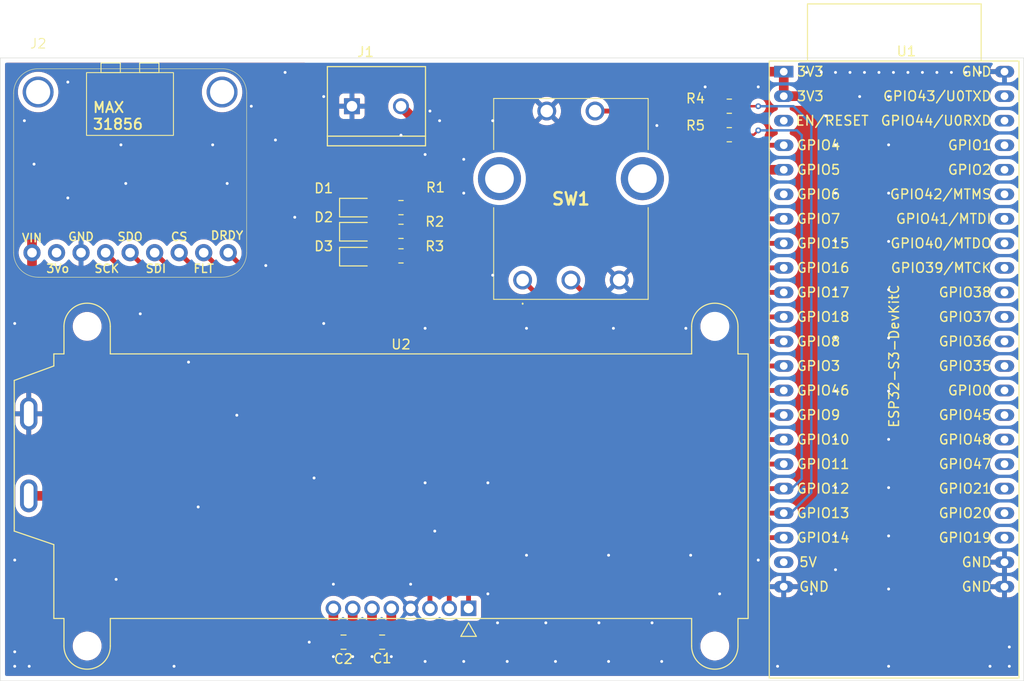
<source format=kicad_pcb>
(kicad_pcb (version 20241229) (generator "pcbnew") (generator_version "9.0")
  (title_block (title "Tube Furnace PCB") (date "2025-03-26") (rev "v2") (company "Waterloo Hacker Fab"))
  (layers (0 "F.Cu" signal) (2 "B.Cu" signal) (13 "F.Paste" user) (15 "B.Paste" user) (5 "F.SilkS" user "F.Silkscreen") (7 "B.SilkS" user "B.Silkscreen") (1 "F.Mask" user) (3 "B.Mask" user) (25 "Edge.Cuts" user))
  (net 0 "")
  (net 1 "GND")
  (net 2 "+3.3V")
  (net 3 "+5V")
  (net 4 "/SSR_PWM")
  (net 5 "Net-(D3-A)")
  (net 6 "Net-(D2-A)")
  (net 7 "Net-(D1-A)")
  (net 8 "Net-(U2-VOUT)")
  (net 9 "Net-(U2-C1+)")
  (net 10 "Net-(U2-C1-)")
  (net 11 "/SCL")
  (net 12 "/SDA")
  (net 13 "/ENC_B")
  (net 14 "/ENC_A")
  (net 15 "/ENC_SW")
  (net 16 "/MAX_SDO")
  (net 17 "/MAX_SCK")
  (net 18 "/MAX_DRDY")
  (net 19 "/MAX_3.3VOUT")
  (net 20 "/MAX_SDI")
  (net 21 "/MAX_CS")
  (net 22 "/MAX_FAULT")
  (net 23 "/DISPLAY_RST")
  (net 24 "/LED_1")
  (net 25 "/LED_2")
  (net 26 "/LED_3")
  (footprint "Diode_SMD:D_0805_2012Metric_Pad1.15x1.40mm_HandSolder" (layer "F.Cu") (at 121 76.5)
    (property "Reference" "D2" (hide yes))
    (property "Value" "LED")
    (pad "1" smd roundrect (at -1.025 0) (size 1.15 1.4) (layers "F.Cu" "F.Mask" "F.Paste") (roundrect_rratio 0.217391) (net 1 "GND"))
    (pad "2" smd roundrect (at 1.025 0) (size 1.15 1.4) (layers "F.Cu" "F.Mask" "F.Paste") (roundrect_rratio 0.217391) (net 6 "Net-(D2-A)"))
  )
  (footprint "phoenix_footprints:TE_282837-2" (layer "F.Cu") (at 122.96 63.5)
    (property "Reference" "J1" (at -1.127255 -5.614945 0) (layer "F.SilkS") (effects (font (size 1.002039 1.002039))))
    (property "Value" "Screw_Terminal_01x02")
    (pad "1" thru_hole rect (at -2.54 0) (size 1.65 1.65) (drill 1.1) (layers "*.Cu" "*.Mask") (net 1 "GND"))
    (pad "2" thru_hole circle (at 2.54 0) (size 1.65 1.65) (drill 1.1) (layers "*.Cu" "*.Mask") (net 4 "/SSR_PWM"))
  )
  (footprint "Capacitor_SMD:C_0805_2012Metric" (layer "F.Cu") (at 123.55 119 180)
    (property "Reference" "C1" (at 0 -1.68 0) (layer "F.SilkS"))
    (property "Value" "1uF")
    (pad "1" smd roundrect (at -0.95 0 180) (size 1 1.45) (layers "F.Cu" "F.Mask" "F.Paste") (net 2 "+3.3V"))
    (pad "2" smd roundrect (at 0.95 0 180) (size 1 1.45) (layers "F.Cu" "F.Mask" "F.Paste") (net 8 "Net-(U2-VOUT)"))
  )
  (footprint "Resistor_SMD:R_0805_2012Metric_Pad1.20x1.40mm_HandSolder" (layer "F.Cu") (at 125.5 76.46 180)
    (property "Reference" "R2" (at -3.5 1 0) (layer "F.SilkS"))
    (property "Value" "220")
    (pad "1" smd roundrect (at -1 0 180) (size 1.2 1.4) (layers "F.Cu" "F.Mask" "F.Paste") (roundrect_rratio 0.208333) (net 25 "/LED_2"))
    (pad "2" smd roundrect (at 1 0 180) (size 1.2 1.4) (layers "F.Cu" "F.Mask" "F.Paste") (roundrect_rratio 0.208333) (net 6 "Net-(D2-A)"))
  )
  (footprint "Capacitor_SMD:C_0805_2012Metric" (layer "F.Cu") (at 119.55 119 180)
    (property "Reference" "C2" (at 0.008519 -1.745267 0) (layer "F.SilkS"))
    (property "Value" "1uF")
    (pad "1" smd roundrect (at -0.95 0 180) (size 1 1.45) (layers "F.Cu" "F.Mask" "F.Paste") (net 9 "Net-(U2-C1+)"))
    (pad "2" smd roundrect (at 0.95 0 180) (size 1 1.45) (layers "F.Cu" "F.Mask" "F.Paste") (net 10 "Net-(U2-C1-)"))
  )
  (footprint "Resistor_SMD:R_0805_2012Metric_Pad1.20x1.40mm_HandSolder" (layer "F.Cu") (at 125.5 79 180)
    (property "Reference" "R3" (at -3.5 1 0) (layer "F.SilkS"))
    (property "Value" "220")
    (pad "1" smd roundrect (at -1 0 180) (size 1.2 1.4) (layers "F.Cu" "F.Mask" "F.Paste") (roundrect_rratio 0.208333) (net 26 "/LED_3"))
    (pad "2" smd roundrect (at 1 0 180) (size 1.2 1.4) (layers "F.Cu" "F.Mask" "F.Paste") (roundrect_rratio 0.208333) (net 5 "Net-(D3-A)"))
  )
  (footprint "!footprints:PEC164120FS0012" (layer "F.Cu") (at 138.1 81.5)
    (property "Reference" "SW1" (at 5 -8.4 0) (layer "F.SilkS") (effects (font (size 1.27 1.27) (thickness 0.254))))
    (property "Value" "RotaryEncoder_Switch" (hide yes))
    (pad "A" thru_hole circle (at 0 0) (size 1.95 1.95) (drill 1.3) (layers "*.Cu" "*.Mask") (net 14 "/ENC_A"))
    (pad "B" thru_hole circle (at 5 0) (size 1.95 1.95) (drill 1.3) (layers "*.Cu" "*.Mask") (net 13 "/ENC_B"))
    (pad "C" thru_hole circle (at 10 0) (size 1.95 1.95) (drill 1.3) (layers "*.Cu" "*.Mask") (net 1 "GND"))
    (pad "MH1" thru_hole circle (at -2.4 -10.5) (size 4.46 4.46) (drill 2.9732) (layers "*.Cu" "*.Mask"))
    (pad "MH2" thru_hole circle (at 12.4 -10.5) (size 4.46 4.46) (drill 2.9732) (layers "*.Cu" "*.Mask"))
    (pad "S1" thru_hole circle (at 2.5 -17.5) (size 1.95 1.95) (drill 1.3) (layers "*.Cu" "*.Mask") (net 1 "GND"))
    (pad "S2" thru_hole circle (at 7.5 -17.5) (size 1.95 1.95) (drill 1.3) (layers "*.Cu" "*.Mask") (net 15 "/ENC_SW"))
  )
  (footprint "Diode_SMD:D_0805_2012Metric_Pad1.15x1.40mm_HandSolder" (layer "F.Cu") (at 121 79.08)
    (property "Reference" "D3" (hide yes))
    (property "Value" "LED")
    (pad "1" smd roundrect (at -1.025 0) (size 1.15 1.4) (layers "F.Cu" "F.Mask" "F.Paste") (roundrect_rratio 0.217391) (net 1 "GND"))
    (pad "2" smd roundrect (at 1.025 0) (size 1.15 1.4) (layers "F.Cu" "F.Mask" "F.Paste") (roundrect_rratio 0.217391) (net 5 "Net-(D3-A)"))
  )
  (footprint "Resistor_SMD:R_0805_2012Metric_Pad1.20x1.40mm_HandSolder" (layer "F.Cu") (at 159.5 66.45)
    (property "Reference" "R5" (at -3.5 -0.95 0) (layer "F.SilkS"))
    (property "Value" "4.7k")
    (pad "1" smd roundrect (at -1 0) (size 1.2 1.4) (layers "F.Cu" "F.Mask" "F.Paste") (roundrect_rratio 0.208333) (net 2 "+3.3V"))
    (pad "2" smd roundrect (at 1 0) (size 1.2 1.4) (layers "F.Cu" "F.Mask" "F.Paste") (roundrect_rratio 0.208333) (net 12 "/SDA"))
  )
  (footprint "Resistor_SMD:R_0805_2012Metric_Pad1.20x1.40mm_HandSolder" (layer "F.Cu") (at 159.5 63.5)
    (property "Reference" "R4" (at -3.5 -0.8 0) (layer "F.SilkS"))
    (property "Value" "4.7k")
    (pad "1" smd roundrect (at -1 0) (size 1.2 1.4) (layers "F.Cu" "F.Mask" "F.Paste") (roundrect_rratio 0.208333) (net 2 "+3.3V"))
    (pad "2" smd roundrect (at 1 0) (size 1.2 1.4) (layers "F.Cu" "F.Mask" "F.Paste") (roundrect_rratio 0.208333) (net 11 "/SCL"))
  )
  (footprint "Diode_SMD:D_0805_2012Metric_Pad1.15x1.40mm_HandSolder" (layer "F.Cu") (at 121 74)
    (property "Reference" "D1" (hide yes))
    (property "Value" "LED")
    (pad "1" smd roundrect (at -1.025 0) (size 1.15 1.4) (layers "F.Cu" "F.Mask" "F.Paste") (roundrect_rratio 0.217391) (net 1 "GND"))
    (pad "2" smd roundrect (at 1.025 0) (size 1.15 1.4) (layers "F.Cu" "F.Mask" "F.Paste") (roundrect_rratio 0.217391) (net 7 "Net-(D1-A)"))
  )
  (footprint "Display:NHD-C0220BiZ" (layer "F.Cu") (at 125.5 99.6)
    (property "Reference" "U2" (at 0 -11.43 0) (layer "F.SilkS"))
    (property "Value" "NHD-C0220BIZ")
    (pad "" np_thru_hole circle (at -32.5 -13.3) (size 2.5 2.5) (drill 2.5) (layers "*.Cu" "*.Mask"))
    (pad "" np_thru_hole circle (at -32.5 19.8) (size 2.5 2.5) (drill 2.5) (layers "*.Cu" "*.Mask"))
    (pad "" np_thru_hole circle (at 32.5 -13.3) (size 2.5 2.5) (drill 2.5) (layers "*.Cu" "*.Mask"))
    (pad "" np_thru_hole circle (at 32.5 19.8) (size 2.5 2.5) (drill 2.5) (layers "*.Cu" "*.Mask"))
    (pad "1" thru_hole rect (at 7 15.9) (size 1.6 1.6) (drill 1) (layers "*.Cu" "*.Mask") (net 23 "/DISPLAY_RST"))
    (pad "2" thru_hole circle (at 5 15.9) (size 1.6 1.6) (drill 1) (layers "*.Cu" "*.Mask") (net 11 "/SCL"))
    (pad "3" thru_hole circle (at 3 15.9) (size 1.6 1.6) (drill 1) (layers "*.Cu" "*.Mask") (net 12 "/SDA"))
    (pad "4" thru_hole circle (at 1 15.9) (size 1.6 1.6) (drill 1) (layers "*.Cu" "*.Mask") (net 1 "GND"))
    (pad "5" thru_hole circle (at -1 15.9) (size 1.6 1.6) (drill 1) (layers "*.Cu" "*.Mask") (net 2 "+3.3V"))
    (pad "6" thru_hole circle (at -3 15.9) (size 1.6 1.6) (drill 1) (layers "*.Cu" "*.Mask") (net 8 "Net-(U2-VOUT)"))
    (pad "7" thru_hole circle (at -5 15.9) (size 1.6 1.6) (drill 1) (layers "*.Cu" "*.Mask") (net 9 "Net-(U2-C1+)"))
    (pad "8" thru_hole circle (at -7 15.9) (size 1.6 1.6) (drill 1) (layers "*.Cu" "*.Mask") (net 10 "Net-(U2-C1-)"))
    (pad "9" thru_hole oval (at -38.55 4.25) (size 1.8 3.4) (drill oval 1 2.6) (layers "*.Cu" "*.Mask") (net 2 "+3.3V"))
    (pad "10" thru_hole oval (at -38.55 -4.25) (size 1.8 3.4) (drill oval 1 2.6) (layers "*.Cu" "*.Mask") (net 1 "GND"))
  )
  (footprint "PCM_Espressif:ESP32-S3-DevKitC" (layer "F.Cu") (at 165.14 59.92)
    (property "Reference" "U1" (at 12.7 -2.1 0) (layer "F.SilkS"))
    (property "Value" "ESP32-S3-DevKitC" (at 11.42632 29.46128 90) (layer "F.SilkS"))
    (fp_text user "GPIO47" (at 21.59 40.64 0) (layer "F.SilkS") (effects (justify right)))
    (fp_text user "3V3" (at 1.27 0 0) (layer "F.SilkS") (effects (justify left)))
    (fp_text user "GPIO18" (at 1.27 25.4 0) (layer "F.SilkS") (effects (justify left)))
    (fp_text user "GND" (at 1.52032 53.33728 0) (layer "F.SilkS") (effects (justify left)))
    (fp_text user "GPIO12" (at 1.27 43.18 0) (layer "F.SilkS") (effects (justify left)))
    (fp_text user "GPIO11" (at 1.27 40.64 0) (layer "F.SilkS") (effects (justify left)))
    (fp_text user "GPIO48" (at 21.59 38.1 0) (layer "F.SilkS") (effects (justify right)))
    (fp_text user "GPIO2" (at 21.59 10.16 0) (layer "F.SilkS") (effects (justify right)))
    (fp_text user "GPIO36" (at 21.59 27.94 0) (layer "F.SilkS") (effects (justify right)))
    (fp_text user "3V3" (at 1.27 2.54 0) (layer "F.SilkS") (effects (justify left)))
    (fp_text user "GPIO40/MTDO" (at 21.59 17.78 0) (layer "F.SilkS") (effects (justify right)))
    (fp_text user "GPIO9" (at 1.27 35.56 0) (layer "F.SilkS") (effects (justify left)))
    (fp_text user "GND" (at 21.59 50.8 0) (layer "F.SilkS") (effects (justify right)))
    (fp_text user "GPIO17" (at 1.27 22.86 0) (layer "F.SilkS") (effects (justify left)))
    (fp_text user "GPIO21" (at 21.59 43.18 0) (layer "F.SilkS") (effects (justify right)))
    (fp_text user "GPIO6" (at 1.27 12.7 0) (layer "F.SilkS") (effects (justify left)))
    (fp_text user "GPIO5" (at 1.27 10.16 0) (layer "F.SilkS") (effects (justify left)))
    (fp_text user "GPIO19" (at 21.59 48.26 0) (layer "F.SilkS") (effects (justify right)))
    (fp_text user "GPIO37" (at 21.59 25.4 0) (layer "F.SilkS") (effects (justify right)))
    (fp_text user "GPIO20" (at 21.59 45.72 0) (layer "F.SilkS") (effects (justify right)))
    (fp_text user "GPIO38" (at 21.59 22.86 0) (layer "F.SilkS") (effects (justify right)))
    (fp_text user "GPIO7" (at 1.27 15.24 0) (layer "F.SilkS") (effects (justify left)))
    (fp_text user "GPIO39/MTCK" (at 21.59 20.32 0) (layer "F.SilkS") (effects (justify right)))
    (fp_text user "5V" (at 1.52032 50.79728 0) (layer "F.SilkS") (effects (justify left)))
    (fp_text user "GPIO44/U0RXD" (at 21.59 5.08 0) (layer "F.SilkS") (effects (justify right)))
    (fp_text user "GPIO0" (at 21.59 33.02 0) (layer "F.SilkS") (effects (justify right)))
    (fp_text user "GND" (at 21.59 0 0) (layer "F.SilkS") (effects (justify right)))
    (fp_text user "GPIO42/MTMS" (at 21.59 12.7 0) (layer "F.SilkS") (effects (justify right)))
    (fp_text user "GPIO4" (at 1.27 7.62 0) (layer "F.SilkS") (effects (justify left)))
    (fp_text user "GPIO10" (at 1.27 38.1 0) (layer "F.SilkS") (effects (justify left)))
    (fp_text user "GPIO13" (at 1.27 45.72 0) (layer "F.SilkS") (effects (justify left)))
    (fp_text user "GPIO46" (at 1.27 33.02 0) (layer "F.SilkS") (effects (justify left)))
    (fp_text user "GPIO8" (at 1.27 27.94 0) (layer "F.SilkS") (effects (justify left)))
    (fp_text user "GPIO41/MTDI" (at 21.59 15.24 0) (layer "F.SilkS") (effects (justify right)))
    (fp_text user "GPIO15" (at 1.27 17.78 0) (layer "F.SilkS") (effects (justify left)))
    (fp_text user "GPIO35" (at 21.59 30.48 0) (layer "F.SilkS") (effects (justify right)))
    (fp_text user "GND" (at 21.59 53.34 0) (layer "F.SilkS") (effects (justify right)))
    (fp_text user "GPIO14" (at 1.27 48.26 0) (layer "F.SilkS") (effects (justify left)))
    (fp_text user "GPIO1" (at 21.59 7.62 0) (layer "F.SilkS") (effects (justify right)))
    (fp_text user "GPIO43/U0TXD" (at 21.59 2.54 0) (layer "F.SilkS") (effects (justify right)))
    (fp_text user "GPIO45" (at 21.59 35.56 0) (layer "F.SilkS") (effects (justify right)))
    (fp_text user "GPIO16" (at 1.27 20.32 0) (layer "F.SilkS") (effects (justify left)))
    (fp_text user "GPIO3" (at 1.27 30.48 0) (layer "F.SilkS") (effects (justify left)))
    (fp_text user "EN/RESET" (at 8.88632 5.07728 0) (layer "F.SilkS") (effects (justify right)))
    (pad "1" thru_hole rect (at 0 0 270) (size 1.2 2) (drill 0.8) (layers "*.Cu" "*.Mask") (net 2 "+3.3V"))
    (pad "2" thru_hole oval (at 0 2.54 270) (size 1.2 2) (drill 0.8) (layers "*.Cu" "*.Mask") (net 2 "+3.3V"))
    (pad "3" thru_hole oval (at 0 5.08 270) (size 1.2 2) (drill 0.8) (layers "*.Cu" "*.Mask"))
    (pad "4" thru_hole oval (at 0 7.62 270) (size 1.2 2) (drill 0.8) (layers "*.Cu" "*.Mask") (net 15 "/ENC_SW"))
    (pad "5" thru_hole oval (at 0 10.16 270) (size 1.2 2) (drill 0.8) (layers "*.Cu" "*.Mask") (net 4 "/SSR_PWM"))
    (pad "6" thru_hole oval (at 0 12.7 270) (size 1.2 2) (drill 0.8) (layers "*.Cu" "*.Mask"))
    (pad "7" thru_hole oval (at 0 15.24 270) (size 1.2 2) (drill 0.8) (layers "*.Cu" "*.Mask") (net 24 "/LED_1"))
    (pad "8" thru_hole oval (at 0 17.78 270) (size 1.2 2) (drill 0.8) (layers "*.Cu" "*.Mask") (net 25 "/LED_2"))
    (pad "9" thru_hole oval (at 0 20.32 270) (size 1.2 2) (drill 0.8) (layers "*.Cu" "*.Mask") (net 26 "/LED_3"))
    (pad "10" thru_hole oval (at 0 22.86 270) (size 1.2 2) (drill 0.8) (layers "*.Cu" "*.Mask") (net 13 "/ENC_B"))
    (pad "11" thru_hole oval (at 0 25.4 270) (size 1.2 2) (drill 0.8) (layers "*.Cu" "*.Mask") (net 14 "/ENC_A"))
    (pad "12" thru_hole oval (at 0 27.94 270) (size 1.2 2) (drill 0.8) (layers "*.Cu" "*.Mask") (net 18 "/MAX_DRDY"))
    (pad "13" thru_hole oval (at 0 30.48 270) (size 1.2 2) (drill 0.8) (layers "*.Cu" "*.Mask") (net 22 "/MAX_FAULT"))
    (pad "14" thru_hole oval (at 0 33.02 270) (size 1.2 2) (drill 0.8) (layers "*.Cu" "*.Mask") (net 21 "/MAX_CS"))
    (pad "15" thru_hole oval (at 0 35.56 270) (size 1.2 2) (drill 0.8) (layers "*.Cu" "*.Mask") (net 20 "/MAX_SDI"))
    (pad "16" thru_hole oval (at 0 38.1 270) (size 1.2 2) (drill 0.8) (layers "*.Cu" "*.Mask") (net 16 "/MAX_SDO"))
    (pad "17" thru_hole oval (at 0 40.64 270) (size 1.2 2) (drill 0.8) (layers "*.Cu" "*.Mask") (net 17 "/MAX_SCK"))
    (pad "18" thru_hole oval (at 0 43.18 270) (size 1.2 2) (drill 0.8) (layers "*.Cu" "*.Mask") (net 12 "/SDA"))
    (pad "19" thru_hole oval (at 0 45.72 270) (size 1.2 2) (drill 0.8) (layers "*.Cu" "*.Mask") (net 11 "/SCL"))
    (pad "20" thru_hole oval (at -0.00368 48.25728 270) (size 1.2 2) (drill 0.8) (layers "*.Cu" "*.Mask") (net 23 "/DISPLAY_RST"))
    (pad "21" thru_hole oval (at -0.00368 50.79728 270) (size 1.2 2) (drill 0.8) (layers "*.Cu" "*.Mask") (net 3 "+5V"))
    (pad "22" thru_hole oval (at -0.00368 53.33728 270) (size 1.2 2) (drill 0.8) (layers "*.Cu" "*.Mask") (net 1 "GND"))
    (pad "23" thru_hole oval (at 22.86 53.34 270) (size 1.2 2) (drill 0.8) (layers "*.Cu" "*.Mask") (net 1 "GND"))
    (pad "24" thru_hole oval (at 22.86 50.8 270) (size 1.2 2) (drill 0.8) (layers "*.Cu" "*.Mask") (net 1 "GND"))
    (pad "25" thru_hole oval (at 22.86 48.26 270) (size 1.2 2) (drill 0.8) (layers "*.Cu" "*.Mask"))
    (pad "26" thru_hole oval (at 22.86 45.72 270) (size 1.2 2) (drill 0.8) (layers "*.Cu" "*.Mask"))
    (pad "27" thru_hole oval (at 22.86 43.18 270) (size 1.2 2) (drill 0.8) (layers "*.Cu" "*.Mask"))
    (pad "28" thru_hole oval (at 22.86 40.64 270) (size 1.2 2) (drill 0.8) (layers "*.Cu" "*.Mask"))
    (pad "29" thru_hole oval (at 22.86 38.1 270) (size 1.2 2) (drill 0.8) (layers "*.Cu" "*.Mask"))
    (pad "30" thru_hole oval (at 22.86 35.56 270) (size 1.2 2) (drill 0.8) (layers "*.Cu" "*.Mask"))
    (pad "31" thru_hole oval (at 22.86 33.02 270) (size 1.2 2) (drill 0.8) (layers "*.Cu" "*.Mask"))
    (pad "32" thru_hole oval (at 22.86 30.48 270) (size 1.2 2) (drill 0.8) (layers "*.Cu" "*.Mask"))
    (pad "33" thru_hole oval (at 22.86 27.94 270) (size 1.2 2) (drill 0.8) (layers "*.Cu" "*.Mask"))
    (pad "34" thru_hole oval (at 22.86 25.4 270) (size 1.2 2) (drill 0.8) (layers "*.Cu" "*.Mask"))
    (pad "35" thru_hole oval (at 22.86 22.86 270) (size 1.2 2) (drill 0.8) (layers "*.Cu" "*.Mask"))
    (pad "36" thru_hole oval (at 22.86 20.32 270) (size 1.2 2) (drill 0.8) (layers "*.Cu" "*.Mask"))
    (pad "37" thru_hole oval (at 22.86 17.78 270) (size 1.2 2) (drill 0.8) (layers "*.Cu" "*.Mask"))
    (pad "38" thru_hole oval (at 22.86 15.24 270) (size 1.2 2) (drill 0.8) (layers "*.Cu" "*.Mask"))
    (pad "39" thru_hole oval (at 22.86 12.7 270) (size 1.2 2) (drill 0.8) (layers "*.Cu" "*.Mask"))
    (pad "40" thru_hole oval (at 22.86 10.16 270) (size 1.2 2) (drill 0.8) (layers "*.Cu" "*.Mask"))
    (pad "41" thru_hole oval (at 22.86 7.62 270) (size 1.2 2) (drill 0.8) (layers "*.Cu" "*.Mask"))
    (pad "42" thru_hole oval (at 22.86 5.08 270) (size 1.2 2) (drill 0.8) (layers "*.Cu" "*.Mask"))
    (pad "43" thru_hole oval (at 22.86 2.54 270) (size 1.2 2) (drill 0.8) (layers "*.Cu" "*.Mask"))
    (pad "44" thru_hole oval (at 22.86 0 270) (size 1.2 2) (drill 0.8) (layers "*.Cu" "*.Mask") (net 1 "GND"))
  )
  (footprint "!footprints:MAX31856_HEADER" (layer "F.Cu") (at 87.936314 62.019686)
    (property "Reference" "J2" (at 0 -5 0) (layer "F.SilkS") (effects (font (thickness 0.1))))
    (property "Value" "Conn_01x09_Socket")
    (fp_text user "SCK" (at 7.100686 18.299314 0) (layer "F.SilkS") (effects (font (size 0.8636 0.8636) (thickness 0.1524))))
    (fp_text user "SDI" (at 12.180686 18.299314 0) (layer "F.SilkS") (effects (font (size 0.8636 0.8636) (thickness 0.1524))))
    (fp_text user "GND" (at 4.433686 14.997314 0) (layer "F.SilkS") (effects (font (size 0.8636 0.8636) (thickness 0.1524))))
    (fp_text user "FLT" (at 17.133686 18.299314 0) (layer "F.SilkS") (effects (font (size 0.8636 0.8636) (thickness 0.1524))))
    (fp_text user "3Vo" (at 2.020686 18.299314 0) (layer "F.SilkS") (effects (font (size 0.8636 0.8636) (thickness 0.1524))))
    (fp_text user "CS" (at 14.593686 14.997314 0) (layer "F.SilkS") (effects (font (size 0.8636 0.8636) (thickness 0.1524))))
    (fp_text user "SDO" (at 9.513686 14.997314 0) (layer "F.SilkS") (effects (font (size 0.8636 0.8636) (thickness 0.1524))))
    (fp_text user "DRDY" (at 19.546686 14.870314 0) (layer "F.SilkS") (effects (font (size 0.8636 0.8636) (thickness 0.1524))))
    (fp_text user "VIN" (at -0.646314 15.124314 0) (layer "F.SilkS") (effects (font (size 0.8636 0.8636) (thickness 0.1524))))
    (fp_text user "MAX\n31856" (at 5.563686 3.980314 0) (layer "F.SilkS") (effects (font (size 1.0795 1.0795) (thickness 0.1905)) (justify left bottom)))
    (pad "1" thru_hole circle (at 19.673686 16.648314 270) (size 1.778 1.778) (drill 1) (layers "*.Cu" "*.Mask") (net 18 "/MAX_DRDY"))
    (pad "2" thru_hole circle (at 17.133686 16.648314 270) (size 1.778 1.778) (drill 1) (layers "*.Cu" "*.Mask") (net 22 "/MAX_FAULT"))
    (pad "3" thru_hole circle (at 14.593686 16.648314 270) (size 1.778 1.778) (drill 1) (layers "*.Cu" "*.Mask") (net 21 "/MAX_CS"))
    (pad "4" thru_hole circle (at 12.053686 16.648314 270) (size 1.778 1.778) (drill 1) (layers "*.Cu" "*.Mask") (net 20 "/MAX_SDI"))
    (pad "5" thru_hole circle (at 9.513686 16.648314 270) (size 1.778 1.778) (drill 1) (layers "*.Cu" "*.Mask") (net 16 "/MAX_SDO"))
    (pad "6" thru_hole circle (at 6.973686 16.648314 270) (size 1.778 1.778) (drill 1) (layers "*.Cu" "*.Mask") (net 17 "/MAX_SCK"))
    (pad "7" thru_hole circle (at 4.433686 16.648314 270) (size 1.778 1.778) (drill 1) (layers "*.Cu" "*.Mask") (net 1 "GND"))
    (pad "8" thru_hole circle (at 1.893686 16.648314 270) (size 1.778 1.778) (drill 1) (layers "*.Cu" "*.Mask") (net 19 "/MAX_3.3VOUT"))
    (pad "9" thru_hole circle (at -0.646314 16.648314 270) (size 1.778 1.778) (drill 1) (layers "*.Cu" "*.Mask") (net 2 "+3.3V"))
    (pad "P$1" thru_hole circle (at -0.011314 0.011314) (size 3.2 3.2) (drill 2.5) (layers "*.Cu" "*.Mask"))
    (pad "P$1" thru_hole circle (at 19.038686 0.011314) (size 3.2 3.2) (drill 2.5) (layers "*.Cu" "*.Mask"))
    (zone (net 0) (net_name "") (layer "F.Cu") (connect_pads (clearance 0)) (min_thickness 0.25)
      (keepout (tracks not_allowed) (vias not_allowed) (pads not_allowed) (copperpour not_allowed) (footprints allowed))
      (fill (thermal_gap 0.5) (thermal_bridge_width 0.5))
      (polygon (pts (xy 89.941 62.031) (xy 89.92138 61.750427) (xy 89.862904 61.475315) (xy 89.766708 61.211019) (xy 89.634665 60.962683) (xy 89.469346 60.73514) (xy 89.273967 60.53282) (xy 89.052333 60.35966) (xy 88.808756 60.219031) (xy 88.547978 60.11367) (xy 88.275075 60.045628) (xy 87.995357 60.016228) (xy 87.714271 60.026044) (xy 87.437285 60.074884) (xy 87.169793 60.161797) (xy 86.917 60.285093) (xy 86.683826 60.44237) (xy 86.474811 60.630569) (xy 86.294022 60.846025) (xy 86.144978 61.084545) (xy 86.03058 61.341487) (xy 85.953054 61.61185) (xy 85.913911 61.890371) (xy 85.913911 62.171629) (xy 85.953054 62.45015) (xy 86.03058 62.720513) (xy 86.144978 62.977455) (xy 86.294022 63.215975) (xy 86.474811 63.431431) (xy 86.683826 63.61963) (xy 86.917 63.776907) (xy 87.169793 63.900203) (xy 87.437285 63.987116) (xy 87.714271 64.035956) (xy 87.995357 64.045772) (xy 88.275075 64.016372) (xy 88.547978 63.94833) (xy 88.808756 63.842969) (xy 89.052333 63.70234) (xy 89.273967 63.52918) (xy 89.469346 63.32686) (xy 89.634665 63.099317) (xy 89.766708 62.850981) (xy 89.862904 62.586685) (xy 89.92138 62.311573)))
      (polygon (pts (xy 87.909 62.031) (xy 87.913686 62.042314) (xy 87.925 62.047) (xy 87.936314 62.042314) (xy 87.941 62.031) (xy 87.936314 62.019686) (xy 87.925 62.015) (xy 87.913686 62.019686)))
    )
    (zone (net 0) (net_name "") (layer "F.Cu") (connect_pads (clearance 0)) (min_thickness 0.25)
      (keepout (tracks not_allowed) (vias not_allowed) (pads not_allowed) (copperpour not_allowed) (footprints allowed))
      (fill (thermal_gap 0.5) (thermal_bridge_width 0.5))
      (polygon (pts (xy 108.991 62.031) (xy 108.97138 61.750427) (xy 108.912904 61.475315) (xy 108.816708 61.211019) (xy 108.684665 60.962683) (xy 108.519346 60.73514) (xy 108.323967 60.53282) (xy 108.102333 60.35966) (xy 107.858756 60.219031) (xy 107.597978 60.11367) (xy 107.325075 60.045628) (xy 107.045357 60.016228) (xy 106.764271 60.026044) (xy 106.487285 60.074884) (xy 106.219793 60.161797) (xy 105.967 60.285093) (xy 105.733826 60.44237) (xy 105.524811 60.630569) (xy 105.344022 60.846025) (xy 105.194978 61.084545) (xy 105.08058 61.341487) (xy 105.003054 61.61185) (xy 104.963911 61.890371) (xy 104.963911 62.171629) (xy 105.003054 62.45015) (xy 105.08058 62.720513) (xy 105.194978 62.977455) (xy 105.344022 63.215975) (xy 105.524811 63.431431) (xy 105.733826 63.61963) (xy 105.967 63.776907) (xy 106.219793 63.900203) (xy 106.487285 63.987116) (xy 106.764271 64.035956) (xy 107.045357 64.045772) (xy 107.325075 64.016372) (xy 107.597978 63.94833) (xy 107.858756 63.842969) (xy 108.102333 63.70234) (xy 108.323967 63.52918) (xy 108.519346 63.32686) (xy 108.684665 63.099317) (xy 108.816708 62.850981) (xy 108.912904 62.586685) (xy 108.97138 62.311573)))
      (polygon (pts (xy 106.959 62.031) (xy 106.963686 62.042314) (xy 106.975 62.047) (xy 106.986314 62.042314) (xy 106.991 62.031) (xy 106.986314 62.019686) (xy 106.975 62.015) (xy 106.963686 62.019686)))
    )
    (zone (net 0) (net_name "") (layer "B.Cu") (connect_pads (clearance 0)) (min_thickness 0.25)
      (keepout (tracks not_allowed) (vias not_allowed) (pads not_allowed) (copperpour not_allowed) (footprints allowed))
      (fill (thermal_gap 0.5) (thermal_bridge_width 0.5))
      (polygon (pts (xy 89.941 62.031) (xy 89.92138 61.750427) (xy 89.862904 61.475315) (xy 89.766708 61.211019) (xy 89.634665 60.962683) (xy 89.469346 60.73514) (xy 89.273967 60.53282) (xy 89.052333 60.35966) (xy 88.808756 60.219031) (xy 88.547978 60.11367) (xy 88.275075 60.045628) (xy 87.995357 60.016228) (xy 87.714271 60.026044) (xy 87.437285 60.074884) (xy 87.169793 60.161797) (xy 86.917 60.285093) (xy 86.683826 60.44237) (xy 86.474811 60.630569) (xy 86.294022 60.846025) (xy 86.144978 61.084545) (xy 86.03058 61.341487) (xy 85.953054 61.61185) (xy 85.913911 61.890371) (xy 85.913911 62.171629) (xy 85.953054 62.45015) (xy 86.03058 62.720513) (xy 86.144978 62.977455) (xy 86.294022 63.215975) (xy 86.474811 63.431431) (xy 86.683826 63.61963) (xy 86.917 63.776907) (xy 87.169793 63.900203) (xy 87.437285 63.987116) (xy 87.714271 64.035956) (xy 87.995357 64.045772) (xy 88.275075 64.016372) (xy 88.547978 63.94833) (xy 88.808756 63.842969) (xy 89.052333 63.70234) (xy 89.273967 63.52918) (xy 89.469346 63.32686) (xy 89.634665 63.099317) (xy 89.766708 62.850981) (xy 89.862904 62.586685) (xy 89.92138 62.311573)))
      (polygon (pts (xy 87.909 62.031) (xy 87.913686 62.042314) (xy 87.925 62.047) (xy 87.936314 62.042314) (xy 87.941 62.031) (xy 87.936314 62.019686) (xy 87.925 62.015) (xy 87.913686 62.019686)))
    )
    (zone (net 0) (net_name "") (layer "B.Cu") (connect_pads (clearance 0)) (min_thickness 0.25)
      (keepout (tracks not_allowed) (vias not_allowed) (pads not_allowed) (copperpour not_allowed) (footprints allowed))
      (fill (thermal_gap 0.5) (thermal_bridge_width 0.5))
      (polygon (pts (xy 108.991 62.031) (xy 108.97138 61.750427) (xy 108.912904 61.475315) (xy 108.816708 61.211019) (xy 108.684665 60.962683) (xy 108.519346 60.73514) (xy 108.323967 60.53282) (xy 108.102333 60.35966) (xy 107.858756 60.219031) (xy 107.597978 60.11367) (xy 107.325075 60.045628) (xy 107.045357 60.016228) (xy 106.764271 60.026044) (xy 106.487285 60.074884) (xy 106.219793 60.161797) (xy 105.967 60.285093) (xy 105.733826 60.44237) (xy 105.524811 60.630569) (xy 105.344022 60.846025) (xy 105.194978 61.084545) (xy 105.08058 61.341487) (xy 105.003054 61.61185) (xy 104.963911 61.890371) (xy 104.963911 62.171629) (xy 105.003054 62.45015) (xy 105.08058 62.720513) (xy 105.194978 62.977455) (xy 105.344022 63.215975) (xy 105.524811 63.431431) (xy 105.733826 63.61963) (xy 105.967 63.776907) (xy 106.219793 63.900203) (xy 106.487285 63.987116) (xy 106.764271 64.035956) (xy 107.045357 64.045772) (xy 107.325075 64.016372) (xy 107.597978 63.94833) (xy 107.858756 63.842969) (xy 108.102333 63.70234) (xy 108.323967 63.52918) (xy 108.519346 63.32686) (xy 108.684665 63.099317) (xy 108.816708 62.850981) (xy 108.912904 62.586685) (xy 108.97138 62.311573)))
      (polygon (pts (xy 106.959 62.031) (xy 106.963686 62.042314) (xy 106.975 62.047) (xy 106.986314 62.042314) (xy 106.991 62.031) (xy 106.986314 62.019686) (xy 106.975 62.015) (xy 106.963686 62.019686)))
    )
  )
  (footprint "Resistor_SMD:R_0805_2012Metric_Pad1.20x1.40mm_HandSolder" (layer "F.Cu") (at 125.5 74 180)
    (property "Reference" "R1" (hide yes))
    (property "Value" "220")
    (pad "1" smd roundrect (at -1 0 180) (size 1.2 1.4) (layers "F.Cu" "F.Mask" "F.Paste") (roundrect_rratio 0.208333) (net 24 "/LED_1"))
    (pad "2" smd roundrect (at 1 0 180) (size 1.2 1.4) (layers "F.Cu" "F.Mask" "F.Paste") (roundrect_rratio 0.208333) (net 7 "Net-(D1-A)"))
  )
  (gr_rect (start 84 58.5) (end 190 123) (stroke (width 0.05)) (fill no) (layer "Edge.Cuts"))
  (gr_text "D3" (at 117.5 78 0) (layer "F.SilkS") (effects (font (size 1 1))))
  (gr_text "D1" (at 117.5 72 0) (layer "F.SilkS") (effects (font (size 1 1))))
  (gr_text "D2" (at 117.5 75 0) (layer "F.SilkS") (effects (font (size 1 1))))
  (gr_text "R1" (at 128 72.5 0) (layer "F.SilkS") (effects (font (size 1 1)) (justify left bottom)))
  (via (at 152.5 121) (size 0.6) (drill 0.3) (layers "F.Cu" "B.Cu") (net 1))
  (via (at 185.5 60) (size 0.6) (drill 0.3) (layers "F.Cu" "B.Cu") (net 1))
  (via (at 179.5 60) (size 0.6) (drill 0.3) (layers "F.Cu" "B.Cu") (net 1))
  (via (at 170.5 93) (size 0.6) (drill 0.3) (layers "F.Cu" "B.Cu") (net 1))
  (via (at 91 73) (size 0.6) (drill 0.3) (layers "F.Cu" "B.Cu") (net 1))
  (via (at 98.5 85) (size 0.6) (drill 0.3) (layers "F.Cu" "B.Cu") (net 1))
  (via (at 96.5 67.5) (size 0.6) (drill 0.3) (layers "F.Cu" "B.Cu") (net 1))
  (via (at 140.5 117) (size 0.6) (drill 0.3) (layers "F.Cu" "B.Cu") (net 1))
  (via (at 132 121) (size 0.6) (drill 0.3) (layers "F.Cu" "B.Cu") (net 1))
  (via (at 132 72.5) (size 0.6) (drill 0.3) (layers "F.Cu" "B.Cu") (net 1))
  (via (at 162.5 110.5) (size 0.6) (drill 0.3) (layers "F.Cu" "B.Cu") (net 1))
  (via (at 170.5 60) (size 0.6) (drill 0.3) (layers "F.Cu" "B.Cu") (net 1))
  (via (at 85.5 121.5) (size 0.6) (drill 0.3) (layers "F.Cu" "B.Cu") (net 1))
  (via (at 172 60) (size 0.6) (drill 0.3) (layers "F.Cu" "B.Cu") (net 1))
  (via (at 182.5 60) (size 0.6) (drill 0.3) (layers "F.Cu" "B.Cu") (net 1))
  (via (at 122.5 120.5) (size 0.6) (drill 0.3) (layers "F.Cu" "B.Cu") (net 1))
  (via (at 170.5 103) (size 0.6) (drill 0.3) (layers "F.Cu" "B.Cu") (net 1))
  (via (at 176 77.5) (size 0.6) (drill 0.3) (layers "F.Cu" "B.Cu") (net 1))
  (via (at 176 87.5) (size 0.6) (drill 0.3) (layers "F.Cu" "B.Cu") (net 1))
  (via (at 96 112.5) (size 0.6) (drill 0.3) (layers "F.Cu" "B.Cu") (net 1))
  (via (at 169.02461 59.973958) (size 0.6) (drill 0.3) (layers "F.Cu" "B.Cu") (net 1))
  (via (at 141.5 121) (size 0.6) (drill 0.3) (layers "F.Cu" "B.Cu") (net 1))
  (via (at 186.5 121.5) (size 0.6) (drill 0.3) (layers "F.Cu" "B.Cu") (net 1))
  (via (at 116.5 102) (size 0.6) (drill 0.3) (layers "F.Cu" "B.Cu") (net 1))
  (via (at 176 98) (size 0.6) (drill 0.3) (layers "F.Cu" "B.Cu") (net 1))
  (via (at 170.5 72.5) (size 0.6) (drill 0.3) (layers "F.Cu" "B.Cu") (net 1))
  (via (at 126.5 113) (size 0.6) (drill 0.3) (layers "F.Cu" "B.Cu") (net 1))
  (via (at 176.5 60) (size 0.6) (drill 0.3) (layers "F.Cu" "B.Cu") (net 1))
  (via (at 152 65.5) (size 0.6) (drill 0.3) (layers "F.Cu" "B.Cu") (net 1))
  (via (at 135 65) (size 0.6) (drill 0.3) (layers "F.Cu" "B.Cu") (net 1))
  (via (at 188.5 119.5) (size 0.6) (drill 0.3) (layers "F.Cu" "B.Cu") (net 1))
  (via (at 164.5 121.5) (size 0.6) (drill 0.3) (layers "F.Cu" "B.Cu") (net 1))
  (via (at 87 121.5) (size 0.6) (drill 0.3) (layers "F.Cu" "B.Cu") (net 1))
  (via (at 128 86.5) (size 0.6) (drill 0.3) (layers "F.Cu" "B.Cu") (net 1))
  (via (at 147.5 86.5) (size 0.6) (drill 0.3) (layers "F.Cu" "B.Cu") (net 1))
  (via (at 178 60) (size 0.6) (drill 0.3) (layers "F.Cu" "B.Cu") (net 1))
  (via (at 175 60) (size 0.6) (drill 0.3) (layers "F.Cu" "B.Cu") (net 1))
  (via (at 125.5 66.5) (size 0.6) (drill 0.3) (layers "F.Cu" "B.Cu") (net 1))
  (via (at 136.5 121) (size 0.6) (drill 0.3) (layers "F.Cu" "B.Cu") (net 1))
  (via (at 97 71.5) (size 0.6) (drill 0.3) (layers "F.Cu" "B.Cu") (net 1))
  (via (at 176 82.5) (size 0.6) (drill 0.3) (layers "F.Cu" "B.Cu") (net 1))
  (via (at 87.5 69.5) (size 0.6) (drill 0.3) (layers "F.Cu" "B.Cu") (net 1))
  (via (at 117.5 86) (size 0.6) (drill 0.3) (layers "F.Cu" "B.Cu") (net 1))
  (via (at 85.5 110.5) (size 0.6) (drill 0.3) (layers "F.Cu" "B.Cu") (net 1))
  (via (at 134.5 114) (size 0.6) (drill 0.3) (layers "F.Cu" "B.Cu") (net 1))
  (via (at 120.5 120.5) (size 0.6) (drill 0.3) (layers "F.Cu" "B.Cu") (net 1))
  (via (at 118.5 120.5) (size 0.6) (drill 0.3) (layers "F.Cu" "B.Cu") (net 1))
  (via (at 102 121.5) (size 0.6) (drill 0.3) (layers "F.Cu" "B.Cu") (net 1))
  (via (at 129.5 65) (size 0.6) (drill 0.3) (layers "F.Cu" "B.Cu") (net 1))
  (via (at 138.5 110) (size 0.6) (drill 0.3) (layers "F.Cu" "B.Cu") (net 1))
  (via (at 108.5 95.5) (size 0.6) (drill 0.3) (layers "F.Cu" "B.Cu") (net 1))
  (via (at 116 119) (size 0.6) (drill 0.3) (layers "F.Cu" "B.Cu") (net 1))
  (via (at 176 121.5) (size 0.6) (drill 0.3) (layers "F.Cu" "B.Cu") (net 1))
  (via (at 132 69) (size 0.6) (drill 0.3) (layers "F.Cu" "B.Cu") (net 1))
  (via (at 128 121) (size 0.6) (drill 0.3) (layers "F.Cu" "B.Cu") (net 1))
  (via (at 117.5 62.5) (size 0.6) (drill 0.3) (layers "F.Cu" "B.Cu") (net 1))
  (via (at 112.5 67) (size 0.6) (drill 0.3) (layers "F.Cu" "B.Cu") (net 1))
  (via (at 124.5 120.5) (size 0.6) (drill 0.3) (layers "F.Cu" "B.Cu") (net 1))
  (via (at 85.5 120) (size 0.6) (drill 0.3) (layers "F.Cu" "B.Cu") (net 1))
  (via (at 170.5 98) (size 0.6) (drill 0.3) (layers "F.Cu" "B.Cu") (net 1))
  (via (at 91 61) (size 0.6) (drill 0.3) (layers "F.Cu" "B.Cu") (net 1))
  (via (at 169.5 64.5) (size 0.6) (drill 0.3) (layers "F.Cu" "B.Cu") (net 1))
  (via (at 170.5 87.5) (size 0.6) (drill 0.3) (layers "F.Cu" "B.Cu") (net 1))
  (via (at 184 60) (size 0.6) (drill 0.3) (layers "F.Cu" "B.Cu") (net 1))
  (via (at 114.5 75) (size 0.6) (drill 0.3) (layers "F.Cu" "B.Cu") (net 1))
  (via (at 128 102.5) (size 0.6) (drill 0.3) (layers "F.Cu" "B.Cu") (net 1))
  (via (at 107.5 71.5) (size 0.6) (drill 0.3) (layers "F.Cu" "B.Cu") (net 1))
  (via (at 85.5 86) (size 0.6) (drill 0.3) (layers "F.Cu" "B.Cu") (net 1))
  (via (at 158.5 114) (size 0.6) (drill 0.3) (layers "F.Cu" "B.Cu") (net 1))
  (via (at 170.5 111.5) (size 0.6) (drill 0.3) (layers "F.Cu" "B.Cu") (net 1))
  (via (at 113.5 60) (size 0.6) (drill 0.3) (layers "F.Cu" "B.Cu") (net 1))
  (via (at 176 62.5) (size 0.6) (drill 0.3) (layers "F.Cu" "B.Cu") (net 1))
  (via (at 188.5 121.5) (size 0.6) (drill 0.3) (layers "F.Cu" "B.Cu") (net 1))
  (via (at 146 117) (size 0.6) (drill 0.3) (layers "F.Cu" "B.Cu") (net 1))
  (via (at 170.5 77.5) (size 0.6) (drill 0.3) (layers "F.Cu" "B.Cu") (net 1))
  (via (at 151.5 117) (size 0.6) (drill 0.3) (layers "F.Cu" "B.Cu") (net 1))
  (via (at 173 62.5) (size 0.6) (drill 0.3) (layers "F.Cu" "B.Cu") (net 1))
  (via (at 128 68.5) (size 0.6) (drill 0.3) (layers "F.Cu" "B.Cu") (net 1))
  (via (at 86.5 65) (size 0.6) (drill 0.3) (layers "F.Cu" "B.Cu") (net 1))
  (via (at 170.5 108) (size 0.6) (drill 0.3) (layers "F.Cu" "B.Cu") (net 1))
  (via (at 103.5 90) (size 0.6) (drill 0.3) (layers "F.Cu" "B.Cu") (net 1))
  (via (at 111.5 80) (size 0.6) (drill 0.3) (layers "F.Cu" "B.Cu") (net 1))
  (via (at 135.5 117) (size 0.6) (drill 0.3) (layers "F.Cu" "B.Cu") (net 1))
  (via (at 181 60) (size 0.6) (drill 0.3) (layers "F.Cu" "B.Cu") (net 1))
  (via (at 147 121) (size 0.6) (drill 0.3) (layers "F.Cu" "B.Cu") (net 1))
  (via (at 176 108) (size 0.6) (drill 0.3) (layers "F.Cu" "B.Cu") (net 1))
  (via (at 147 110) (size 0.6) (drill 0.3) (layers "F.Cu" "B.Cu") (net 1))
  (via (at 135 81) (size 0.6) (drill 0.3) (layers "F.Cu" "B.Cu") (net 1))
  (via (at 176 67.5) (size 0.6) (drill 0.3) (layers "F.Cu" "B.Cu") (net 1))
  (via (at 118.5 113) (size 0.6) (drill 0.3) (layers "F.Cu" "B.Cu") (net 1))
  (via (at 106 67.5) (size 0.6) (drill 0.3) (layers "F.Cu" "B.Cu") (net 1))
  (via (at 176 72.5) (size 0.6) (drill 0.3) (layers "F.Cu" "B.Cu") (net 1))
  (via (at 176 113.5) (size 0.6) (drill 0.3) (layers "F.Cu" "B.Cu") (net 1))
  (via (at 170.5 82.5) (size 0.6) (drill 0.3) (layers "F.Cu" "B.Cu") (net 1))
  (via (at 128.5 64) (size 0.6) (drill 0.3) (layers "F.Cu" "B.Cu") (net 1))
  (via (at 176 103) (size 0.6) (drill 0.3) (layers "F.Cu" "B.Cu") (net 1))
  (via (at 155.5 110) (size 0.6) (drill 0.3) (layers "F.Cu" "B.Cu") (net 1))
  (via (at 134.5 102.5) (size 0.6) (drill 0.3) (layers "F.Cu" "B.Cu") (net 1))
  (via (at 173.5 60) (size 0.6) (drill 0.3) (layers "F.Cu" "B.Cu") (net 1))
  (via (at 129 107.5) (size 0.6) (drill 0.3) (layers "F.Cu" "B.Cu") (net 1))
  (via (at 162.5 61.5) (size 0.6) (drill 0.3) (layers "F.Cu" "B.Cu") (net 1))
  (via (at 104.5 105) (size 0.6) (drill 0.3) (layers "F.Cu" "B.Cu") (net 1))
  (via (at 110 63.5) (size 0.6) (drill 0.3) (layers "F.Cu" "B.Cu") (net 1))
  (via (at 155 86.5) (size 0.6) (drill 0.3) (layers "F.Cu" "B.Cu") (net 1))
  (via (at 157 61.5) (size 0.6) (drill 0.3) (layers "F.Cu" "B.Cu") (net 1))
  (via (at 168 114) (size 0.6) (drill 0.3) (layers "F.Cu" "B.Cu") (net 1))
  (via (at 167.5 60) (size 0.6) (drill 0.3) (layers "F.Cu" "B.Cu") (net 1))
  (via (at 138.5 86.5) (size 0.6) (drill 0.3) (layers "F.Cu" "B.Cu") (net 1))
  (via (at 176 93) (size 0.6) (drill 0.3) (layers "F.Cu" "B.Cu") (net 1))
  (via (at 170.5 67.5) (size 0.6) (drill 0.3) (layers "F.Cu" "B.Cu") (net 1))
  (segment (start 87.29 88.79) (end 87.29 78.668) (width 1) (layer "F.Cu") (net 2))
  (segment (start 169 116) (end 172.5 112.5) (width 1) (layer "F.Cu") (net 2))
  (segment (start 91 92.5) (end 87.29 88.79) (width 1) (layer "F.Cu") (net 2))
  (segment (start 107 69.5) (end 90.5 69.5) (width 1) (layer "F.Cu") (net 2))
  (segment (start 87.29 72.71) (end 87.29 78.668) (width 1) (layer "F.Cu") (net 2))
  (segment (start 152.5 119) (end 155.5 116) (width 1) (layer "F.Cu") (net 2))
  (segment (start 162 59.92) (end 158.5 59.92) (width 1) (layer "F.Cu") (net 2))
  (segment (start 169.96 62.46) (end 165.14 62.46) (width 1) (layer "F.Cu") (net 2))
  (segment (start 172.5 65) (end 169.96 62.46) (width 1) (layer "F.Cu") (net 2))
  (segment (start 124.5 119) (end 152.5 119) (width 1) (layer "F.Cu") (net 2))
  (segment (start 158.5 63.5) (end 158.5 66.45) (width 1) (layer "F.Cu") (net 2))
  (segment (start 158.5 59.92) (end 116.58 59.92) (width 1) (layer "F.Cu") (net 2))
  (segment (start 158.5 63.5) (end 158.5 59.92) (width 1) (layer "F.Cu") (net 2))
  (segment (start 90.5 69.5) (end 87.29 72.71) (width 1) (layer "F.Cu") (net 2))
  (segment (start 155.5 116) (end 169 116) (width 1) (layer "F.Cu") (net 2))
  (segment (start 124.5 115.5) (end 124.5 119) (width 1) (layer "F.Cu") (net 2))
  (segment (start 89.65 103.85) (end 91 102.5) (width 1) (layer "F.Cu") (net 2))
  (segment (start 172.5 112.5) (end 172.5 65) (width 1) (layer "F.Cu") (net 2))
  (segment (start 116.58 59.92) (end 107 69.5) (width 1) (layer "F.Cu") (net 2))
  (segment (start 91 102.5) (end 91 92.5) (width 1) (layer "F.Cu") (net 2))
  (segment (start 86.95 103.85) (end 89.65 103.85) (width 1) (layer "F.Cu") (net 2))
  (segment (start 162 59.92) (end 165.14 59.92) (width 1) (layer "F.Cu") (net 2))
  (segment (start 165.14 59.92) (end 165.14 62.46) (width 1) (layer "F.Cu") (net 2))
  (segment (start 125.5 63.5) (end 129 67) (width 1) (layer "F.Cu") (net 4))
  (segment (start 129 67) (end 152.5 67) (width 1) (layer "F.Cu") (net 4))
  (segment (start 152.5 67) (end 155.58 70.08) (width 1) (layer "F.Cu") (net 4))
  (segment (start 155.58 70.08) (end 165.14 70.08) (width 1) (layer "F.Cu") (net 4))
  (segment (start 122.025 79.08) (end 124.42 79.08) (width 0.5) (layer "F.Cu") (net 5))
  (segment (start 124.42 79.08) (end 124.5 79) (width 0.5) (layer "F.Cu") (net 5))
  (segment (start 122.065 76.46) (end 122.025 76.5) (width 0.5) (layer "F.Cu") (net 6))
  (segment (start 124.5 76.46) (end 122.065 76.46) (width 0.5) (layer "F.Cu") (net 6))
  (segment (start 122.025 74) (end 124.5 74) (width 0.5) (layer "F.Cu") (net 7))
  (segment (start 122.5 115.5) (end 122.5 118.9) (width 1) (layer "F.Cu") (net 8))
  (segment (start 122.6 115.6) (end 122.5 115.5) (width 0.2) (layer "F.Cu") (net 8))
  (segment (start 122.5 118.9) (end 122.6 119) (width 1) (layer "F.Cu") (net 8))
  (segment (start 120.5 115.5) (end 120.5 119) (width 1) (layer "F.Cu") (net 9))
  (segment (start 118.6 115.6) (end 118.5 115.5) (width 0.2) (layer "F.Cu") (net 10))
  (segment (start 118.5 115.5) (end 118.5 118.9) (width 1) (layer "F.Cu") (net 10))
  (segment (start 118.5 118.9) (end 118.6 119) (width 1) (layer "F.Cu") (net 10))
  (segment (start 160.5 63.5) (end 162.5 63.5) (width 0.25) (layer "F.Cu") (net 11))
  (segment (start 137.299761 105.64) (end 130.5 112.439761) (width 0.5) (layer "F.Cu") (net 11))
  (segment (start 165.14 105.64) (end 137.299761 105.64) (width 0.5) (layer "F.Cu") (net 11))
  (segment (start 130.5 112.439761) (end 130.5 115.5) (width 0.5) (layer "F.Cu") (net 11))
  (via (at 162.5 63.5) (size 0.6) (drill 0.3) (layers "F.Cu" "B.Cu") (net 11))
  (segment (start 168 65.3563) (end 168 103.5) (width 0.25) (layer "B.Cu") (net 11))
  (segment (start 166.1437 63.5) (end 168 65.3563) (width 0.25) (layer "B.Cu") (net 11))
  (segment (start 168 103.5) (end 165.86 105.64) (width 0.25) (layer "B.Cu") (net 11))
  (segment (start 165.86 105.64) (end 165.14 105.64) (width 0.25) (layer "B.Cu") (net 11))
  (segment (start 162.5 63.5) (end 166.1437 63.5) (width 0.25) (layer "B.Cu") (net 11))
  (segment (start 128.5 111.5) (end 128.5 115.5) (width 0.5) (layer "F.Cu") (net 12))
  (segment (start 160.5 66.45) (end 162.05 66.45) (width 0.25) (layer "F.Cu") (net 12))
  (segment (start 165.14 103.1) (end 136.9 103.1) (width 0.5) (layer "F.Cu") (net 12))
  (segment (start 162.05 66.45) (end 162.5 66) (width 0.25) (layer "F.Cu") (net 12))
  (segment (start 136.9 103.1) (end 128.5 111.5) (width 0.5) (layer "F.Cu") (net 12))
  (via (at 162.5 66) (size 0.6) (drill 0.3) (layers "F.Cu" "B.Cu") (net 12))
  (segment (start 162.5 66) (end 166.5 66) (width 0.25) (layer "B.Cu") (net 12))
  (segment (start 167 66.5) (end 167 102.070438) (width 0.25) (layer "B.Cu") (net 12))
  (segment (start 167 102.070438) (end 165.970438 103.1) (width 0.25) (layer "B.Cu") (net 12))
  (segment (start 166.5 66) (end 167 66.5) (width 0.25) (layer "B.Cu") (net 12))
  (segment (start 165.970438 103.1) (end 165.14 103.1) (width 0.25) (layer "B.Cu") (net 12))
  (segment (start 151.5 83.5) (end 145.1 83.5) (width 0.5) (layer "F.Cu") (net 13))
  (segment (start 152.22 82.78) (end 151.5 83.5) (width 0.5) (layer "F.Cu") (net 13))
  (segment (start 165.14 82.78) (end 152.22 82.78) (width 0.5) (layer "F.Cu") (net 13))
  (segment (start 145.1 83.5) (end 143.1 81.5) (width 0.5) (layer "F.Cu") (net 13))
  (segment (start 161.32 85.32) (end 165.14 85.32) (width 0.5) (layer "F.Cu") (net 14))
  (segment (start 156 83.75) (end 159.75 83.75) (width 0.5) (layer "F.Cu") (net 14))
  (segment (start 154.25 85.5) (end 156 83.75) (width 0.5) (layer "F.Cu") (net 14))
  (segment (start 159.75 83.75) (end 161.32 85.32) (width 0.5) (layer "F.Cu") (net 14))
  (segment (start 138.1 81.5) (end 142.1 85.5) (width 0.5) (layer "F.Cu") (net 14))
  (segment (start 142.1 85.5) (end 154.25 85.5) (width 0.5) (layer "F.Cu") (net 14))
  (segment (start 152.5 64) (end 157 68.5) (width 0.5) (layer "F.Cu") (net 15))
  (segment (start 162.96 67.54) (end 165.14 67.54) (width 0.5) (layer "F.Cu") (net 15))
  (segment (start 145.6 64) (end 152.5 64) (width 0.5) (layer "F.Cu") (net 15))
  (segment (start 162 68.5) (end 162.96 67.54) (width 0.5) (layer "F.Cu") (net 15))
  (segment (start 157 68.5) (end 162 68.5) (width 0.5) (layer "F.Cu") (net 15))
  (segment (start 97.45 78.668) (end 116.802 98.02) (width 0.5) (layer "F.Cu") (net 16))
  (segment (start 116.802 98.02) (end 165.14 98.02) (width 0.5) (layer "F.Cu") (net 16))
  (segment (start 116.802 100.56) (end 165.14 100.56) (width 0.5) (layer "F.Cu") (net 17))
  (segment (start 94.91 78.668) (end 116.802 100.56) (width 0.5) (layer "F.Cu") (net 17))
  (segment (start 107.61 78.668) (end 116.942 88) (width 0.5) (layer "F.Cu") (net 18))
  (segment (start 156 89) (end 160.25 89) (width 0.5) (layer "F.Cu") (net 18))
  (segment (start 155 88) (end 156 89) (width 0.5) (layer "F.Cu") (net 18))
  (segment (start 161.39 87.86) (end 165.14 87.86) (width 0.5) (layer "F.Cu") (net 18))
  (segment (start 160.25 89) (end 161.39 87.86) (width 0.5) (layer "F.Cu") (net 18))
  (segment (start 116.942 88) (end 155 88) (width 0.5) (layer "F.Cu") (net 18))
  (segment (start 99.99 78.668) (end 116.802 95.48) (width 0.5) (layer "F.Cu") (net 20))
  (segment (start 116.802 95.48) (end 165.14 95.48) (width 0.5) (layer "F.Cu") (net 20))
  (segment (start 116.802 92.94) (end 165.14 92.94) (width 0.5) (layer "F.Cu") (net 21))
  (segment (start 102.53 78.668) (end 116.802 92.94) (width 0.5) (layer "F.Cu") (net 21))
  (segment (start 116.802 90.4) (end 165.14 90.4) (width 0.5) (layer "F.Cu") (net 22))
  (segment (start 105.07 78.668) (end 116.802 90.4) (width 0.5) (layer "F.Cu") (net 22))
  (segment (start 165.13632 108.17728) (end 137.82272 108.17728) (width 0.5) (layer "F.Cu") (net 23))
  (segment (start 132.5 113.5) (end 132.5 115.5) (width 0.5) (layer "F.Cu") (net 23))
  (segment (start 137.82272 108.17728) (end 132.5 113.5) (width 0.5) (layer "F.Cu") (net 23))
  (segment (start 126.5 74) (end 147.5 74) (width 0.5) (layer "F.Cu") (net 24))
  (segment (start 147.5 74) (end 148.66 75.16) (width 0.5) (layer "F.Cu") (net 24))
  (segment (start 148.66 75.16) (end 165.14 75.16) (width 0.5) (layer "F.Cu") (net 24))
  (segment (start 150.96 76.46) (end 126.5 76.46) (width 0.5) (layer "F.Cu") (net 25))
  (segment (start 152.2 77.7) (end 150.96 76.46) (width 0.5) (layer "F.Cu") (net 25))
  (segment (start 165.14 77.7) (end 152.2 77.7) (width 0.5) (layer "F.Cu") (net 25))
  (segment (start 126.5 79) (end 151 79) (width 0.5) (layer "F.Cu") (net 26))
  (segment (start 151 79) (end 152.24 80.24) (width 0.5) (layer "F.Cu") (net 26))
  (segment (start 152.24 80.24) (end 165.14 80.24) (width 0.5) (layer "F.Cu") (net 26))
  (zone (net 1) (net_name "GND") (layer "F.Cu") (connect_pads (clearance 0.5)) (min_thickness 0.5) (fill yes (thermal_gap 0.5) (thermal_bridge_width 0.5))
    (polygon (pts (xy 190 123) (xy 190 58.5) (xy 84 58.5) (xy 84 123)))
  )
  (zone (net 0) (net_name "") (layers "F.Cu" "B.Cu") (name "KEEPOUT") (connect_pads (clearance 0)) (min_thickness 0.25)
    (keepout (tracks not_allowed) (vias not_allowed) (pads not_allowed) (copperpour not_allowed) (footprints not_allowed))
    (fill (thermal_gap 0.5) (thermal_bridge_width 0.5))
    (polygon (pts (xy 163.5 59) (xy 163.5 52.5) (xy 190 52.5) (xy 190 59)))
  )
  (zone (net 1) (net_name "GND") (layer "B.Cu") (priority 1) (connect_pads (clearance 0.5)) (min_thickness 0.25) (fill yes (thermal_gap 0.5) (thermal_bridge_width 0.5))
    (polygon (pts (xy 190 123) (xy 190 58.5) (xy 84 58.5) (xy 84 123)))
  )
)
</source>
